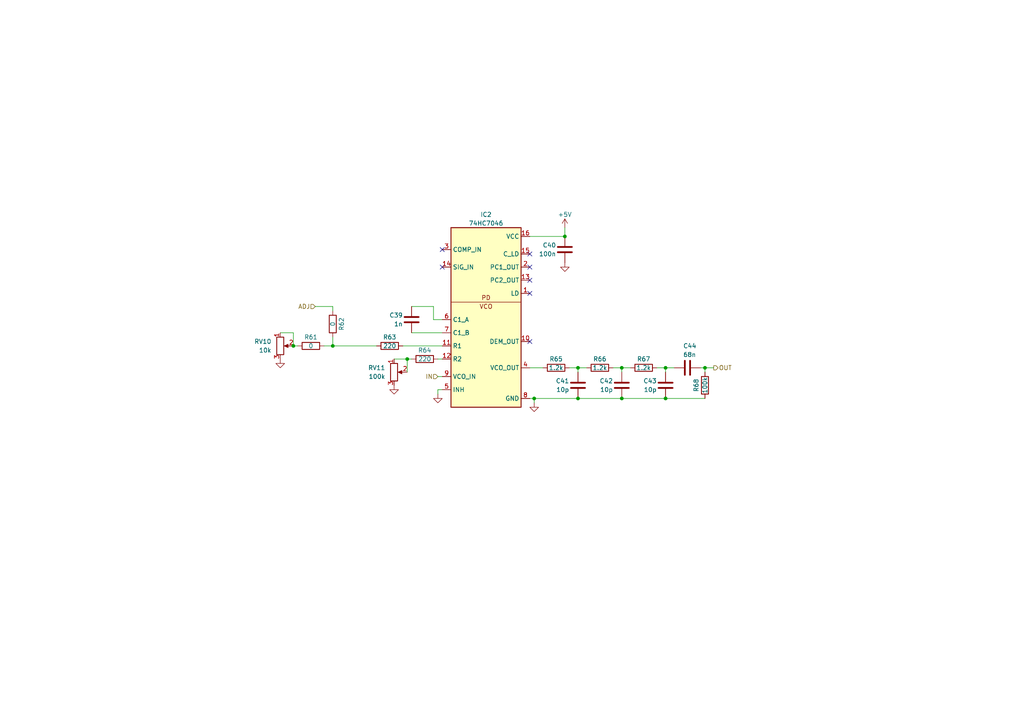
<source format=kicad_sch>
(kicad_sch (version 20230121) (generator eeschema)
  (paper "A4")
  (lib_symbols
    (symbol "Device:C" (pin_numbers hide) (pin_names (offset 0.254))
      (property "Reference" "C" (at 0.635 2.54 0))
      (property "Value" "C" (at 0.635 -2.54 0))
      (symbol "C_0_1"
        (polyline (pts (xy -2.032 -0.762) (xy 2.032 -0.762)) (stroke (width 0.508)))
        (polyline (pts (xy -2.032 0.762) (xy 2.032 0.762)) (stroke (width 0.508)))
      )
      (symbol "C_1_1"
        (pin passive line (at 0 3.81 270) (length 2.794) (name "~") (number "1"))
        (pin passive line (at 0 -3.81 90) (length 2.794) (name "~") (number "2"))
      )
    )
    (symbol "Device:R" (pin_numbers hide) (pin_names (offset 0))
      (property "Reference" "R" (at 2.032 0 90))
      (property "Value" "R" (at 0 0 90))
      (symbol "R_0_1"
        (rectangle (start -1.016 -2.54) (end 1.016 2.54) (stroke (width 0.254)))
      )
      (symbol "R_1_1"
        (pin passive line (at 0 3.81 270) (length 1.27) (name "~") (number "1"))
        (pin passive line (at 0 -3.81 90) (length 1.27) (name "~") (number "2"))
      )
    )
    (symbol "Device:R_Potentiometer" (pin_names (offset 1.016) hide)
      (property "Reference" "RV" (at -4.445 0 90))
      (property "Value" "R_Potentiometer" (at -2.54 0 90))
      (symbol "R_Potentiometer_0_1"
        (polyline (pts (xy 2.54 0) (xy 1.524 0)))
        (polyline (pts (xy 1.143 0) (xy 2.286 0.508) (xy 2.286 -0.508) (xy 1.143 0)) (fill (type outline)))
        (rectangle (start 1.016 2.54) (end -1.016 -2.54) (stroke (width 0.254)))
      )
      (symbol "R_Potentiometer_1_1"
        (pin passive line (at 0 3.81 270) (length 1.27) (name "1") (number "1"))
        (pin passive line (at 3.81 0 180) (length 1.27) (name "2") (number "2"))
        (pin passive line (at 0 -3.81 90) (length 1.27) (name "3") (number "3"))
      )
    )
    (symbol "_My_lib:74HC7064"
      (property "Reference" "IC3" (at 0 2.54 0))
      (property "Value" "74HC7046" (at 0 0 0))
      (symbol "74HC7064_1_1"
        (rectangle (start -10.16 -1.27) (end 10.16 -53.34) (stroke (width 0.3)) (fill (type background)))
        (polyline (pts (xy -10.16 -22.86) (xy 10.16 -22.86)))
        (text "PD\n" (at 0 -21.59 0) (effects (font (size 1.27 1.27))))
        (text "VCO\n" (at 0 -24.13 0) (effects (font (size 1.27 1.27))))
        (pin output line (at 12.7 -20.32 180) (length 2.54) (name "LD") (number "1"))
        (pin output line (at 12.7 -34.29 180) (length 2.54) (name "DEM_OUT") (number "10"))
        (pin input line (at -12.7 -35.56 0) (length 2.54) (name "R1") (number "11"))
        (pin input line (at -12.7 -39.37 0) (length 2.54) (name "R2") (number "12"))
        (pin output line (at 12.7 -16.51 180) (length 2.54) (name "PC2_OUT") (number "13"))
        (pin input line (at -12.7 -12.7 0) (length 2.54) (name "SIG_IN") (number "14"))
        (pin input line (at 12.7 -8.89 180) (length 2.54) (name "C_LD") (number "15"))
        (pin power_in line (at 12.7 -3.81 180) (length 2.54) (name "VCC") (number "16"))
        (pin output line (at 12.7 -12.7 180) (length 2.54) (name "PC1_OUT") (number "2"))
        (pin input line (at -12.7 -7.62 0) (length 2.54) (name "COMP_IN") (number "3"))
        (pin output line (at 12.7 -41.91 180) (length 2.54) (name "VCO_OUT") (number "4"))
        (pin input line (at -12.7 -48.26 0) (length 2.54) (name "INH") (number "5"))
        (pin output line (at -12.7 -27.94 0) (length 2.54) (name "C1_A") (number "6"))
        (pin input line (at -12.7 -31.75 0) (length 2.54) (name "C1_B") (number "7"))
        (pin power_in line (at 12.7 -50.8 180) (length 2.54) (name "GND") (number "8"))
        (pin input line (at -12.7 -44.45 0) (length 2.54) (name "VCO_IN") (number "9"))
      )
    )
    (symbol "power:+5V" (power) (pin_names (offset 0))
      (property "Value" "+5V" (at 0 3.556 0))
      (symbol "+5V_0_1"
        (polyline (pts (xy -0.762 1.27) (xy 0 2.54)))
        (polyline (pts (xy 0 0) (xy 0 2.54)))
        (polyline (pts (xy 0 2.54) (xy 0.762 1.27)))
      )
      (symbol "+5V_1_1"
        (pin power_in line (at 0 0 90) (length 0) hide (name "+5V") (number "1"))
      )
    )
    (symbol "power:GND" (power) (pin_names (offset 0))
      (property "Value" "GND" (at 0 -3.81 0))
      (symbol "GND_0_1"
        (polyline (pts (xy 0 0) (xy 0 -1.27) (xy 1.27 -1.27) (xy 0 -2.54) (xy -1.27 -1.27) (xy 0 -1.27)))
      )
      (symbol "GND_1_1"
        (pin power_in line (at 0 0 270) (length 0) hide (name "GND") (number "1"))
      )
    )
  )
  (junction (at 163.83 68.58))
  (junction (at 180.34 106.68))
  (junction (at 96.52 100.33))
  (junction (at 167.64 115.57))
  (junction (at 118.11 104.14))
  (junction (at 193.04 115.57))
  (junction (at 154.94 115.57))
  (junction (at 85.09 100.33))
  (junction (at 193.04 106.68))
  (junction (at 167.64 106.68))
  (junction (at 180.34 115.57))
  (junction (at 204.47 106.68))
  (no_connect (at 128.27 72.39))
  (no_connect (at 153.67 85.09))
  (no_connect (at 153.67 77.47))
  (no_connect (at 153.67 73.66))
  (no_connect (at 153.67 81.28))
  (no_connect (at 128.27 77.47))
  (no_connect (at 153.67 99.06))
  (wire (pts (xy 127 109.22) (xy 128.27 109.22)))
  (wire (pts (xy 177.8 106.68) (xy 180.34 106.68)))
  (wire (pts (xy 91.44 88.9) (xy 96.52 88.9)))
  (wire (pts (xy 125.73 92.71) (xy 125.73 88.9)))
  (wire (pts (xy 153.67 115.57) (xy 154.94 115.57)))
  (wire (pts (xy 204.47 106.68) (xy 207.01 106.68)))
  (wire (pts (xy 127 104.14) (xy 128.27 104.14)))
  (wire (pts (xy 114.3 104.14) (xy 118.11 104.14)))
  (wire (pts (xy 167.64 106.68) (xy 170.18 106.68)))
  (wire (pts (xy 96.52 88.9) (xy 96.52 90.17)))
  (wire (pts (xy 190.5 106.68) (xy 193.04 106.68)))
  (wire (pts (xy 163.83 68.58) (xy 163.83 66.04)))
  (wire (pts (xy 127 113.03) (xy 127 114.3)))
  (wire (pts (xy 165.1 106.68) (xy 167.64 106.68)))
  (wire (pts (xy 180.34 106.68) (xy 182.88 106.68)))
  (wire (pts (xy 193.04 106.68) (xy 195.58 106.68)))
  (wire (pts (xy 180.34 115.57) (xy 193.04 115.57)))
  (wire (pts (xy 154.94 115.57) (xy 154.94 116.84)))
  (wire (pts (xy 153.67 106.68) (xy 157.48 106.68)))
  (wire (pts (xy 85.09 100.33) (xy 86.36 100.33)))
  (wire (pts (xy 193.04 115.57) (xy 204.47 115.57)))
  (wire (pts (xy 167.64 115.57) (xy 180.34 115.57)))
  (wire (pts (xy 116.84 100.33) (xy 128.27 100.33)))
  (wire (pts (xy 180.34 106.68) (xy 180.34 107.95)))
  (wire (pts (xy 128.27 92.71) (xy 125.73 92.71)))
  (wire (pts (xy 85.09 96.52) (xy 85.09 100.33)))
  (wire (pts (xy 167.64 106.68) (xy 167.64 107.95)))
  (wire (pts (xy 118.11 104.14) (xy 119.38 104.14)))
  (wire (pts (xy 193.04 106.68) (xy 193.04 107.95)))
  (wire (pts (xy 204.47 106.68) (xy 204.47 107.95)))
  (wire (pts (xy 125.73 88.9) (xy 119.38 88.9)))
  (wire (pts (xy 81.28 96.52) (xy 85.09 96.52)))
  (wire (pts (xy 96.52 100.33) (xy 109.22 100.33)))
  (wire (pts (xy 118.11 104.14) (xy 118.11 107.95)))
  (wire (pts (xy 154.94 115.57) (xy 167.64 115.57)))
  (wire (pts (xy 93.98 100.33) (xy 96.52 100.33)))
  (wire (pts (xy 128.27 113.03) (xy 127 113.03)))
  (wire (pts (xy 96.52 97.79) (xy 96.52 100.33)))
  (wire (pts (xy 119.38 96.52) (xy 128.27 96.52)))
  (wire (pts (xy 153.67 68.58) (xy 163.83 68.58)))
  (wire (pts (xy 203.2 106.68) (xy 204.47 106.68)))
  (hierarchical_label "ADJ" (shape input) (at 91.44 88.9 180))
  (hierarchical_label "IN" (shape input) (at 127 109.22 180))
  (hierarchical_label "OUT" (shape output) (at 207.01 106.68 0))
  (symbol (lib_id "Device:R") (at 96.52 93.98 0) (unit 1)
    (property "Reference" "R62" (at 99.06 93.98 90))
    (property "Value" "0" (at 96.52 93.98 90))
    (property "Footprint" "Resistor_SMD:R_1206_3216Metric_Pad1.30x1.75mm_HandSolder" (effects hide))
    (instances (project "QCM_driver" (path "" (reference "R62") (unit 1)) (path "" (reference "R54") (unit 1))))
  )
  (symbol (lib_id "Device:R") (at 113.03 100.33 90) (unit 1)
    (property "Reference" "R63" (at 113.03 97.79 90))
    (property "Value" "220" (at 113.03 100.33 90))
    (property "Footprint" "Resistor_SMD:R_1206_3216Metric_Pad1.30x1.75mm_HandSolder" (effects hide))
    (instances (project "QCM_driver" (path "" (reference "R63") (unit 1)) (path "" (reference "R55") (unit 1))))
  )
  (symbol (lib_id "_My_lib:74HC7064") (at 140.97 64.77 0) (unit 1)
    (property "Reference" "IC2" (at 140.97 62.23 0))
    (property "Value" "74HC7046" (at 140.97 64.77 0))
    (property "Footprint" "Package_SO:SOIC-16_3.9x9.9mm_P1.27mm" (effects hide))
    (instances (project "QCM_driver" (path "" (reference "IC2") (unit 1)) (path "" (reference "IC1") (unit 1))))
  )
  (symbol (lib_id "Device:C") (at 180.34 111.76 180) (unit 1)
    (property "Reference" "C42" (at 177.8 110.49 0) (effects (justify left)))
    (property "Value" "10p" (at 177.8 113.03 0) (effects (justify left)))
    (property "Footprint" "Capacitor_SMD:C_1206_3216Metric" (effects hide))
    (instances (project "QCM_driver" (path "" (reference "C42") (unit 1)) (path "" (reference "C36") (unit 1))))
  )
  (symbol (lib_id "Device:R") (at 204.47 111.76 180) (unit 1)
    (property "Reference" "R68" (at 201.93 111.76 90))
    (property "Value" "100k" (at 204.47 111.76 90))
    (property "Footprint" "Resistor_SMD:R_1206_3216Metric_Pad1.30x1.75mm_HandSolder" (effects hide))
    (instances (project "QCM_driver" (path "" (reference "R68") (unit 1)) (path "" (reference "R60") (unit 1))))
  )
  (symbol (lib_id "Device:R") (at 123.19 104.14 90) (unit 1)
    (property "Reference" "R64" (at 123.19 101.6 90))
    (property "Value" "220" (at 123.19 104.14 90))
    (property "Footprint" "Resistor_SMD:R_1206_3216Metric_Pad1.30x1.75mm_HandSolder" (effects hide))
    (instances (project "QCM_driver" (path "" (reference "R64") (unit 1)) (path "" (reference "R56") (unit 1))))
  )
  (symbol (lib_id "Device:C") (at 193.04 111.76 180) (unit 1)
    (property "Reference" "C43" (at 190.5 110.49 0) (effects (justify left)))
    (property "Value" "10p" (at 190.5 113.03 0) (effects (justify left)))
    (property "Footprint" "Capacitor_SMD:C_1206_3216Metric" (effects hide))
    (instances (project "QCM_driver" (path "" (reference "C43") (unit 1)) (path "" (reference "C37") (unit 1))))
  )
  (symbol (lib_id "power:GND") (at 114.3 111.76 0) (unit 1)
    (property "Reference" "#PWR041" (effects hide))
    (property "Value" "GND" (effects hide))
    (instances (project "QCM_driver" (path "" (reference "#PWR041") (unit 1)) (path "" (reference "#PWR035") (unit 1))))
  )
  (symbol (lib_id "Device:R") (at 90.17 100.33 90) (unit 1)
    (property "Reference" "R61" (at 90.17 97.79 90))
    (property "Value" "0" (at 90.17 100.33 90))
    (property "Footprint" "Resistor_SMD:R_1206_3216Metric_Pad1.30x1.75mm_HandSolder" (effects hide))
    (instances (project "QCM_driver" (path "" (reference "R61") (unit 1)) (path "" (reference "R53") (unit 1))))
  )
  (symbol (lib_id "Device:C") (at 199.39 106.68 270) (unit 1)
    (property "Reference" "C44" (at 198.12 100.33 90) (effects (justify left)))
    (property "Value" "68n" (at 198.12 102.87 90) (effects (justify left)))
    (property "Footprint" "Capacitor_SMD:C_1206_3216Metric" (effects hide))
    (instances (project "QCM_driver" (path "" (reference "C44") (unit 1)) (path "" (reference "C38") (unit 1))))
  )
  (symbol (lib_id "power:+5V") (at 163.83 66.04 0) (unit 1)
    (property "Reference" "#PWR044" (effects hide))
    (property "Value" "+5V" (at 163.83 62.23 0))
    (instances (project "QCM_driver" (path "" (reference "#PWR044") (unit 1)) (path "" (reference "#PWR038") (unit 1))))
  )
  (symbol (lib_id "Device:R") (at 173.99 106.68 90) (unit 1)
    (property "Reference" "R66" (at 173.99 104.14 90))
    (property "Value" "1.2k" (at 173.99 106.68 90))
    (property "Footprint" "Resistor_SMD:R_1206_3216Metric_Pad1.30x1.75mm_HandSolder" (effects hide))
    (instances (project "QCM_driver" (path "" (reference "R66") (unit 1)) (path "" (reference "R58") (unit 1))))
  )
  (symbol (lib_id "Device:R_Potentiometer") (at 81.28 100.33 0) (unit 1)
    (property "Reference" "RV10" (at 78.74 99.06 0) (effects (justify right)))
    (property "Value" "10k" (at 78.74 101.6 0) (effects (justify right)))
    (property "Footprint" "Potentiometer_THT:Potentiometer_Bourns_3296Y_Vertical" (effects hide))
    (instances (project "QCM_driver" (path "" (reference "RV10") (unit 1)) (path "" (reference "RV8") (unit 1))))
  )
  (symbol (lib_id "Device:C") (at 119.38 92.71 180) (unit 1)
    (property "Reference" "C39" (at 116.84 91.44 0) (effects (justify left)))
    (property "Value" "1n" (at 116.84 93.98 0) (effects (justify left)))
    (property "Footprint" "Capacitor_SMD:C_1206_3216Metric" (effects hide))
    (instances (project "QCM_driver" (path "" (reference "C39") (unit 1)) (path "" (reference "C33") (unit 1))))
  )
  (symbol (lib_id "power:GND") (at 154.94 116.84 0) (unit 1)
    (property "Reference" "#PWR043" (effects hide))
    (property "Value" "GND" (effects hide))
    (instances (project "QCM_driver" (path "" (reference "#PWR043") (unit 1)) (path "" (reference "#PWR037") (unit 1))))
  )
  (symbol (lib_id "power:GND") (at 163.83 76.2 0) (unit 1)
    (property "Reference" "#PWR045" (effects hide))
    (property "Value" "GND" (effects hide))
    (instances (project "QCM_driver" (path "" (reference "#PWR045") (unit 1)) (path "" (reference "#PWR039") (unit 1))))
  )
  (symbol (lib_id "Device:R") (at 186.69 106.68 90) (unit 1)
    (property "Reference" "R67" (at 186.69 104.14 90))
    (property "Value" "1.2k" (at 186.69 106.68 90))
    (property "Footprint" "Resistor_SMD:R_1206_3216Metric_Pad1.30x1.75mm_HandSolder" (effects hide))
    (instances (project "QCM_driver" (path "" (reference "R67") (unit 1)) (path "" (reference "R59") (unit 1))))
  )
  (symbol (lib_id "power:GND") (at 81.28 104.14 0) (unit 1)
    (property "Reference" "#PWR040" (effects hide))
    (property "Value" "GND" (effects hide))
    (instances (project "QCM_driver" (path "" (reference "#PWR040") (unit 1)) (path "" (reference "#PWR034") (unit 1))))
  )
  (symbol (lib_id "Device:R") (at 161.29 106.68 90) (unit 1)
    (property "Reference" "R65" (at 161.29 104.14 90))
    (property "Value" "1.2k" (at 161.29 106.68 90))
    (property "Footprint" "Resistor_SMD:R_1206_3216Metric_Pad1.30x1.75mm_HandSolder" (effects hide))
    (instances (project "QCM_driver" (path "" (reference "R65") (unit 1)) (path "" (reference "R57") (unit 1))))
  )
  (symbol (lib_id "Device:R_Potentiometer") (at 114.3 107.95 0) (unit 1)
    (property "Reference" "RV11" (at 111.76 106.68 0) (effects (justify right)))
    (property "Value" "100k" (at 111.76 109.22 0) (effects (justify right)))
    (property "Footprint" "Potentiometer_THT:Potentiometer_Bourns_3296Y_Vertical" (effects hide))
    (instances (project "QCM_driver" (path "" (reference "RV11") (unit 1)) (path "" (reference "RV9") (unit 1))))
  )
  (symbol (lib_id "Device:C") (at 163.83 72.39 180) (unit 1)
    (property "Reference" "C40" (at 161.29 71.12 0) (effects (justify left)))
    (property "Value" "100n" (at 161.29 73.66 0) (effects (justify left)))
    (property "Footprint" "Capacitor_SMD:C_1206_3216Metric" (effects hide))
    (instances (project "QCM_driver" (path "" (reference "C40") (unit 1)) (path "" (reference "C34") (unit 1))))
  )
  (symbol (lib_id "power:GND") (at 127 114.3 0) (unit 1)
    (property "Reference" "#PWR042" (effects hide))
    (property "Value" "GND" (effects hide))
    (instances (project "QCM_driver" (path "" (reference "#PWR042") (unit 1)) (path "" (reference "#PWR036") (unit 1))))
  )
  (symbol (lib_id "Device:C") (at 167.64 111.76 180) (unit 1)
    (property "Reference" "C41" (at 165.1 110.49 0) (effects (justify left)))
    (property "Value" "10p" (at 165.1 113.03 0) (effects (justify left)))
    (property "Footprint" "Capacitor_SMD:C_1206_3216Metric" (effects hide))
    (instances (project "QCM_driver" (path "" (reference "C41") (unit 1)) (path "" (reference "C35") (unit 1))))
  )
)
</source>
